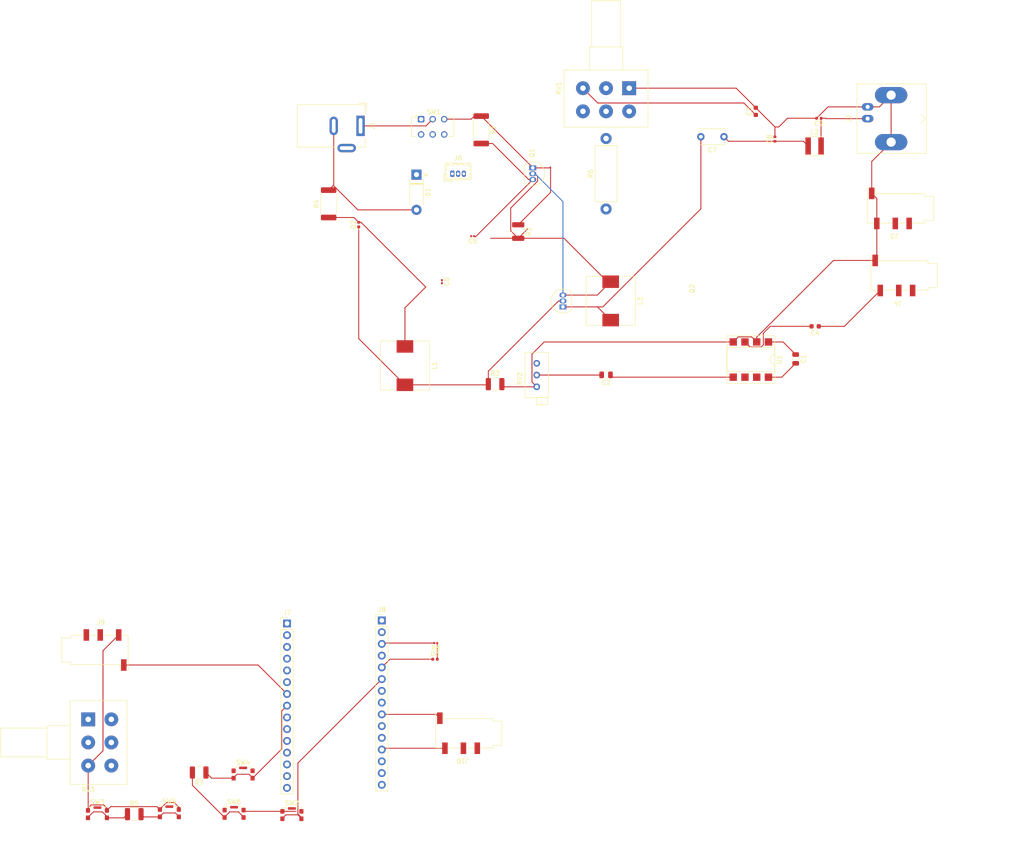
<source format=kicad_pcb>
(kicad_pcb (version 20240108) (generator "pcbnew") (generator_version "8.0")
  (layers (0 "F.Cu" signal) (31 "B.Cu" signal) (34 "B.Paste" user) (35 "F.Paste" user) (36 "B.SilkS" user "B.Silkscreen") (37 "F.SilkS" user "F.Silkscreen") (38 "B.Mask" user) (39 "F.Mask" user) (44 "Edge.Cuts" user))
  (net 0 "")
  (net 1 "Net-(C1-Pad2)")
  (net 2 "Net-(C1-Pad1)")
  (net 3 "Net-(C2-Pad2)")
  (net 4 "Net-(C2-Pad1)")
  (net 5 "Net-(D1-A)")
  (net 6 "Net-(D2-K)")
  (net 7 "Net-(U1-+)")
  (net 8 "Net-(Q1-B)")
  (net 9 "Net-(D2-A)")
  (net 10 "Net-(Q2-C)")
  (net 11 "Net-(C7-Pad1)")
  (net 12 "Net-(J2-In)")
  (net 13 "Net-(D1-K)")
  (net 14 "Net-(D3-A)")
  (net 15 "Net-(D3-K)")
  (net 16 "Net-(SW1A-B)")
  (net 17 "Net-(J7-Pin_8)")
  (net 23 "Net-(J7-Pin_6)")
  (net 29 "Net-(J7-Pin_7)")
  (net 33 "Net-(J8-Pin_9)")
  (net 36 "Net-(J8-Pin_6)")
  (net 38 "Net-(J8-Pin_3)")
  (net 39 "Net-(J8-Pin_12)")
  (net 46 "Net-(J9-PadG)")
  (net 47 "Net-(Q1-C)")
  (net 48 "Net-(R5-Pad2)")
  (net 49 "Net-(R5-Pad1)")
  (net 50 "Net-(R6-Pad2)")
  (net 51 "Net-(R7-Pad2)")
  (footprint "Button_Switch_SMD:SW_SPST_CK_KMS2xxGP" (layer "F.Cu") (at 110.55 191.925)
    (property "Reference" "SW6" (at 0 -2.6 0) (layer "F.SilkS"))
    (property "Value" "CK_KMS2xxGP")
    (pad "" np_thru_hole circle (at -0.975 0.75) (size 0.9 0.9) (drill 0.9) (layers "F&B.Cu" "*.Mask"))
    (pad "" np_thru_hole circle (at 0.975 0.75) (size 0.9 0.9) (drill 0.9) (layers "F&B.Cu" "*.Mask"))
    (pad "1" smd roundrect (at -2.05 -0.8) (size 0.9 1) (layers "F.Cu" "F.Paste" "F.Mask") (roundrect_rratio 0.15) (net 46 "Net-(J9-PadG)"))
    (pad "1" smd roundrect (at 2.05 -0.8) (size 0.9 1) (layers "F.Cu" "F.Paste" "F.Mask") (roundrect_rratio 0.15) (net 46 "Net-(J9-PadG)"))
    (pad "2" smd roundrect (at -2.05 0.8) (size 0.9 1) (layers "F.Cu" "F.Paste" "F.Mask") (roundrect_rratio 0.15) (net 51 "Net-(R7-Pad2)"))
    (pad "2" smd roundrect (at 2.05 0.8) (size 0.9 1) (layers "F.Cu" "F.Paste" "F.Mask") (roundrect_rratio 0.15) (net 51 "Net-(R7-Pad2)"))
    (pad "SH" smd roundrect (at 0 -1.425) (size 1.7 0.55) (layers "F.Cu" "F.Paste" "F.Mask") (roundrect_rratio 0.15))
  )
  (footprint "Resistor_SMD:R_1210_3225Metric" (layer "F.Cu") (at 172 66 -90)
    (property "Reference" "R2" (at 0 -2.28 90) (layer "F.SilkS"))
    (property "Value" "R33k")
    (pad "1" smd roundrect (at -1.4625 0 270) (size 1.125 2.65) (layers "F.Cu" "F.Paste" "F.Mask") (roundrect_rratio 0.222222) (net 47 "Net-(Q1-C)"))
    (pad "2" smd roundrect (at 1.4625 0 270) (size 1.125 2.65) (layers "F.Cu" "F.Paste" "F.Mask") (roundrect_rratio 0.222222) (net 9 "Net-(D2-A)"))
  )
  (footprint "Capacitor_SMD:C_0805_2012Metric" (layer "F.Cu") (at 232 93.55 -90)
    (property "Reference" "C1" (at 0 -1.68 90) (layer "F.SilkS"))
    (property "Value" "C 10uF")
    (pad "1" smd roundrect (at -0.95 0 270) (size 1 1.45) (layers "F.Cu" "F.Paste" "F.Mask") (net 2 "Net-(C1-Pad1)"))
    (pad "2" smd roundrect (at 0.95 0 270) (size 1 1.45) (layers "F.Cu" "F.Paste" "F.Mask") (net 1 "Net-(C1-Pad2)"))
  )
  (footprint "Resistor_SMD:R_2512_6332Metric" (layer "F.Cu") (at 131 60 90)
    (property "Reference" "R4" (at 0 -2.62 90) (layer "F.SilkS"))
    (property "Value" "R")
    (pad "1" smd roundrect (at -2.9625 0 90) (size 1.225 3.35) (layers "F.Cu" "F.Paste" "F.Mask") (roundrect_rratio 0.204082) (net 9 "Net-(D2-A)"))
    (pad "2" smd roundrect (at 2.9625 0 90) (size 1.225 3.35) (layers "F.Cu" "F.Paste" "F.Mask") (roundrect_rratio 0.204082) (net 5 "Net-(D1-A)"))
  )
  (footprint "Resistor_SMD:R_2512_6332Metric" (layer "F.Cu") (at 164 44 -90)
    (property "Reference" "R1" (at 0 -2.62 90) (layer "F.SilkS"))
    (property "Value" "R47k")
    (pad "1" smd roundrect (at -2.9625 0 270) (size 1.225 3.35) (layers "F.Cu" "F.Paste" "F.Mask") (roundrect_rratio 0.204082) (net 47 "Net-(Q1-C)"))
    (pad "2" smd roundrect (at 2.9625 0 270) (size 1.225 3.35) (layers "F.Cu" "F.Paste" "F.Mask") (roundrect_rratio 0.204082) (net 8 "Net-(Q1-B)"))
  )
  (footprint "LED_SMD:LED_0402_1005Metric" (layer "F.Cu") (at 154.015 158.5)
    (property "Reference" "D3" (at 0 -1.17 0) (layer "F.SilkS"))
    (property "Value" "LED")
    (pad "1" smd roundrect (at -0.485 0) (size 0.59 0.64) (layers "F.Cu" "F.Paste" "F.Mask") (net 15 "Net-(D3-K)"))
    (pad "2" smd roundrect (at 0.485 0) (size 0.59 0.64) (layers "F.Cu" "F.Paste" "F.Mask") (net 14 "Net-(D3-A)"))
  )
  (footprint "Potentiometer_THT:Potentiometer_Bourns_3296X_Horizontal" (layer "F.Cu") (at 176 94.5 90)
    (property "Reference" "RV2" (at -3.3 -3.66 90) (layer "F.SilkS"))
    (property "Value" "R_100ohm")
    (pad "1" thru_hole circle (at 0 0 90) (size 1.44 1.44) (drill 0.8) (layers "*.Cu" "*.Mask"))
    (pad "2" thru_hole circle (at -2.54 0 90) (size 1.44 1.44) (drill 0.8) (layers "*.Cu" "*.Mask") (net 3 "Net-(C2-Pad2)"))
    (pad "3" thru_hole circle (at -5.08 0 90) (size 1.44 1.44) (drill 0.8) (layers "*.Cu" "*.Mask") (net 5 "Net-(D1-A)"))
  )
  (footprint "Capacitor_SMD:C_0402_1005Metric" (layer "F.Cu") (at 227.52 46 90)
    (property "Reference" "C8" (at 0 -1.16 90) (layer "F.SilkS"))
    (property "Value" "C_Small")
    (pad "1" smd roundrect (at -0.48 0 90) (size 0.56 0.62) (layers "F.Cu" "F.Paste" "F.Mask") (net 11 "Net-(C7-Pad1)"))
    (pad "2" smd roundrect (at 0.48 0 90) (size 0.56 0.62) (layers "F.Cu" "F.Paste" "F.Mask") (net 5 "Net-(D1-A)"))
  )
  (footprint "Potentiometer_THT:Potentiometer_Alps_RK163_Dual_Horizontal" (layer "F.Cu") (at 79 171.5)
    (property "Reference" "RV3" (at -0.000001 15.199999 180) (layer "F.SilkS"))
    (property "Value" "R_Potentiometer_10k")
    (pad "1" thru_hole rect (at 0 0 180) (size 3 3) (drill 1.2) (layers "*.Cu" "*.Mask"))
    (pad "2" thru_hole circle (at 0 5 180) (size 3 3) (drill 1.2) (layers "*.Cu" "*.Mask"))
    (pad "3" thru_hole circle (at 0 10 180) (size 3 3) (drill 1.2) (layers "*.Cu" "*.Mask") (net 46 "Net-(J9-PadG)"))
    (pad "4" thru_hole circle (at 5 0 180) (size 3 3) (drill 1.2) (layers "*.Cu" "*.Mask"))
    (pad "5" thru_hole circle (at 5 5 180) (size 3 3) (drill 1.2) (layers "*.Cu" "*.Mask"))
    (pad "6" thru_hole circle (at 5 10 180) (size 3 3) (drill 1.2) (layers "*.Cu" "*.Mask"))
  )
  (footprint "Button_Switch_SMD:SW_SPST_CK_KMS2xxGP" (layer "F.Cu") (at 112.5 183.425)
    (property "Reference" "SW4" (at 0 -2.6 0) (layer "F.SilkS"))
    (property "Value" "CK_KMS2xxGP")
    (pad "" np_thru_hole circle (at -0.975 0.75) (size 0.9 0.9) (drill 0.9) (layers "F&B.Cu" "*.Mask"))
    (pad "" np_thru_hole circle (at 0.975 0.75) (size 0.9 0.9) (drill 0.9) (layers "F&B.Cu" "*.Mask"))
    (pad "1" smd roundrect (at -2.05 -0.8) (size 0.9 1) (layers "F.Cu" "F.Paste" "F.Mask") (roundrect_rratio 0.15) (net 46 "Net-(J9-PadG)"))
    (pad "1" smd roundrect (at 2.05 -0.8) (size 0.9 1) (layers "F.Cu" "F.Paste" "F.Mask") (roundrect_rratio 0.15) (net 46 "Net-(J9-PadG)"))
    (pad "2" smd roundrect (at -2.05 0.8) (size 0.9 1) (layers "F.Cu" "F.Paste" "F.Mask") (roundrect_rratio 0.15) (net 17 "Net-(J7-Pin_8)"))
    (pad "2" smd roundrect (at 2.05 0.8) (size 0.9 1) (layers "F.Cu" "F.Paste" "F.Mask") (roundrect_rratio 0.15) (net 17 "Net-(J7-Pin_8)"))
    (pad "SH" smd roundrect (at 0 -1.425) (size 1.7 0.55) (layers "F.Cu" "F.Paste" "F.Mask") (roundrect_rratio 0.15))
  )
  (footprint "Inductor_SMD:L_10.4x10.4_H4.8" (layer "F.Cu") (at 147.5 95 -90)
    (property "Reference" "L1" (at 0 -6.35 90) (layer "F.SilkS"))
    (property "Value" "L_100uH")
    (pad "1" smd rect (at -4.15 0 270) (size 2.7 3.6) (layers "F.Cu" "F.Paste" "F.Mask") (net 9 "Net-(D2-A)"))
    (pad "2" smd rect (at 4.15 0 270) (size 2.7 3.6) (layers "F.Cu" "F.Paste" "F.Mask") (net 6 "Net-(D2-K)"))
  )
  (footprint "Resistor_SMD:R_0201_0603Metric" (layer "F.Cu") (at 154.155 155 180)
    (property "Reference" "R8" (at 0 -1.05 0) (layer "F.SilkS"))
    (property "Value" "R_Small")
    (pad "1" smd roundrect (at -0.32 0 180) (size 0.46 0.4) (layers "F.Cu" "F.Mask") (net 14 "Net-(D3-A)"))
    (pad "2" smd roundrect (at 0.32 0 180) (size 0.46 0.4) (layers "F.Cu" "F.Mask") (net 38 "Net-(J8-Pin_3)"))
  )
  (footprint "Capacitor_SMD:C_0805_2012Metric" (layer "F.Cu") (at 191 97 180)
    (property "Reference" "C2" (at 0 -1.68 0) (layer "F.SilkS"))
    (property "Value" "C 10uF")
    (pad "1" smd roundrect (at -0.95 0 180) (size 1 1.45) (layers "F.Cu" "F.Paste" "F.Mask") (net 4 "Net-(C2-Pad1)"))
    (pad "2" smd roundrect (at 0.95 0 180) (size 1 1.45) (layers "F.Cu" "F.Paste" "F.Mask") (net 3 "Net-(C2-Pad2)"))
  )
  (footprint "Connector_Audio:Jack_3.5mm_KoreanHropartsElec_PJ-320D-4A_Horizontal" (layer "F.Cu") (at 254.15 75.5 180)
    (property "Reference" "J4" (at 0 -6 180) (layer "F.SilkS"))
    (property "Value" "AudioJack3_Ground")
    (pad "" np_thru_hole circle (at -4.75 0 180) (size 1.6 1.6) (drill 1.6) (layers "F&B.Cu" "*.Mask"))
    (pad "" np_thru_hole circle (at 2.25 0 180) (size 1.6 1.6) (drill 1.6) (layers "F&B.Cu" "*.Mask"))
    (pad "R1" smd rect (at -0.15 -3.25 180) (size 1.2 2.5) (layers "F.Cu" "F.Paste" "F.Mask"))
    (pad "R2" smd rect (at -3.15 -3.25 180) (size 1.2 2.5) (layers "F.Cu" "F.Paste" "F.Mask"))
    (pad "S" smd rect (at 4.95 3.25 180) (size 1.2 2.5) (layers "F.Cu" "F.Paste" "F.Mask") (net 5 "Net-(D1-A)"))
    (pad "T" smd rect (at 3.85 -3.25 180) (size 1.2 2.5) (layers "F.Cu" "F.Paste" "F.Mask") (net 6 "Net-(D2-K)"))
  )
  (footprint "Button_Switch_SMD:SW_SPST_CK_KMS2xxGP" (layer "F.Cu") (at 123.05 192.2)
    (property "Reference" "SW2" (at 0 -2.6 0) (layer "F.SilkS"))
    (property "Value" "CK_KMS2xxGP")
    (pad "" np_thru_hole circle (at -0.975 0.75) (size 0.9 0.9) (drill 0.9) (layers "F&B.Cu" "*.Mask"))
    (pad "" np_thru_hole circle (at 0.975 0.75) (size 0.9 0.9) (drill 0.9) (layers "F&B.Cu" "*.Mask"))
    (pad "1" smd roundrect (at -2.05 -0.8) (size 0.9 1) (layers "F.Cu" "F.Paste" "F.Mask") (roundrect_rratio 0.15) (net 46 "Net-(J9-PadG)"))
    (pad "1" smd roundrect (at 2.05 -0.8) (size 0.9 1) (layers "F.Cu" "F.Paste" "F.Mask") (roundrect_rratio 0.15) (net 46 "Net-(J9-PadG)"))
    (pad "2" smd roundrect (at -2.05 0.8) (size 0.9 1) (layers "F.Cu" "F.Paste" "F.Mask") (roundrect_rratio 0.15) (net 36 "Net-(J8-Pin_6)"))
    (pad "2" smd roundrect (at 2.05 0.8) (size 0.9 1) (layers "F.Cu" "F.Paste" "F.Mask") (roundrect_rratio 0.15) (net 36 "Net-(J8-Pin_6)"))
    (pad "SH" smd roundrect (at 0 -1.425) (size 1.7 0.55) (layers "F.Cu" "F.Paste" "F.Mask") (roundrect_rratio 0.15))
  )
  (footprint "Connector_Audio:Jack_3.5mm_KoreanHropartsElec_PJ-320D-4A_Horizontal" (layer "F.Cu") (at 160 174.5 180)
    (property "Reference" "J10" (at 0 -6 180) (layer "F.SilkS"))
    (property "Value" "AudioJack3_Radio")
    (pad "" np_thru_hole circle (at -4.75 0 180) (size 1.6 1.6) (drill 1.6) (layers "F&B.Cu" "*.Mask"))
    (pad "" np_thru_hole circle (at 2.25 0 180) (size 1.6 1.6) (drill 1.6) (layers "F&B.Cu" "*.Mask"))
    (pad "R1" smd rect (at -0.15 -3.25 180) (size 1.2 2.5) (layers "F.Cu" "F.Paste" "F.Mask"))
    (pad "R2" smd rect (at -3.15 -3.25 180) (size 1.2 2.5) (layers "F.Cu" "F.Paste" "F.Mask"))
    (pad "S" smd rect (at 4.95 3.25 180) (size 1.2 2.5) (layers "F.Cu" "F.Paste" "F.Mask") (net 33 "Net-(J8-Pin_9)"))
    (pad "T" smd rect (at 3.85 -3.25 180) (size 1.2 2.5) (layers "F.Cu" "F.Paste" "F.Mask") (net 39 "Net-(J8-Pin_12)"))
  )
  (footprint "Inductor_SMD:L_10.4x10.4_H4.8" (layer "F.Cu") (at 192 81 -90)
    (property "Reference" "L3" (at 0 -6.35 90) (layer "F.SilkS"))
    (property "Value" "L")
    (pad "1" smd rect (at -4.15 0 270) (size 2.7 3.6) (layers "F.Cu" "F.Paste" "F.Mask") (net 9 "Net-(D2-A)"))
    (pad "2" smd rect (at 4.15 0 270) (size 2.7 3.6) (layers "F.Cu" "F.Paste" "F.Mask") (net 10 "Net-(Q2-C)"))
  )
  (footprint "Resistor_SMD:R_1210_3225Metric" (layer "F.Cu") (at 103 183 180)
    (property "Reference" "R7" (at 0 -2.28 0) (layer "F.SilkS"))
    (property "Value" "R10K")
    (pad "1" smd roundrect (at -1.4625 0 180) (size 1.125 2.65) (layers "F.Cu" "F.Paste" "F.Mask") (roundrect_rratio 0.222222) (net 17 "Net-(J7-Pin_8)"))
    (pad "2" smd roundrect (at 1.4625 0 180) (size 1.125 2.65) (layers "F.Cu" "F.Paste" "F.Mask") (roundrect_rratio 0.222222) (net 51 "Net-(R7-Pad2)"))
  )
  (footprint "Capacitor_SMD:C_0603_1608Metric" (layer "F.Cu") (at 236.225 86.5 180)
    (property "Reference" "C4" (at 0 -1.43 360) (layer "F.SilkS"))
    (property "Value" "C0.1uF")
    (pad "1" smd roundrect (at -0.775 0 180) (size 0.9 0.95) (layers "F.Cu" "F.Paste" "F.Mask") (net 6 "Net-(D2-K)"))
    (pad "2" smd roundrect (at 0.775 0 180) (size 0.9 0.95) (layers "F.Cu" "F.Paste" "F.Mask") (net 7 "Net-(U1-+)"))
  )
  (footprint "Package_TO_SOT_THT:TO-92_Inline" (layer "F.Cu") (at 175.14 52.23 -90)
    (property "Reference" "Q1" (at -3.23 0.14 90) (layer "F.SilkS"))
    (property "Value" "9013")
    (pad "1" thru_hole rect (at 0 0 270) (size 1.05 1.5) (drill 0.75) (layers "*.Cu" "*.Mask") (net 47 "Net-(Q1-C)"))
    (pad "2" thru_hole oval (at 1.27 0 270) (size 1.05 1.5) (drill 0.75) (layers "*.Cu" "*.Mask") (net 9 "Net-(D2-A)"))
    (pad "3" thru_hole oval (at 2.54 0 270) (size 1.05 1.5) (drill 0.75) (layers "*.Cu" "*.Mask") (net 8 "Net-(Q1-B)"))
  )
  (footprint "Inductor_SMD:L_Taiyo-Yuden_MD-4040" (layer "F.Cu") (at 236.1 47.5)
    (property "Reference" "L2" (at 0 -3 0) (layer "F.SilkS"))
    (property "Value" "1uH")
    (pad "1" smd rect (at -1.4 0) (size 1.2 3.7) (layers "F.Cu" "F.Paste" "F.Mask") (net 11 "Net-(C7-Pad1)"))
    (pad "2" smd rect (at 1.4 0) (size 1.2 3.7) (layers "F.Cu" "F.Paste" "F.Mask") (net 12 "Net-(J2-In)"))
  )
  (footprint "Connector_Audio:Jack_3.5mm_KoreanHropartsElec_PJ-320D-4A_Horizontal" (layer "F.Cu") (at 253.4 61 180)
    (property "Reference" "J3" (at 0 -6 180) (layer "F.SilkS"))
    (property "Value" "AudioJack3_Ground")
    (pad "" np_thru_hole circle (at -4.75 0 180) (size 1.6 1.6) (drill 1.6) (layers "F&B.Cu" "*.Mask"))
    (pad "" np_thru_hole circle (at 2.25 0 180) (size 1.6 1.6) (drill 1.6) (layers "F&B.Cu" "*.Mask"))
    (pad "R1" smd rect (at -0.15 -3.25 180) (size 1.2 2.5) (layers "F.Cu" "F.Paste" "F.Mask"))
    (pad "R2" smd rect (at -3.15 -3.25 180) (size 1.2 2.5) (layers "F.Cu" "F.Paste" "F.Mask"))
    (pad "S" smd rect (at 4.95 3.25 180) (size 1.2 2.5) (layers "F.Cu" "F.Paste" "F.Mask") (net 5 "Net-(D1-A)"))
    (pad "T" smd rect (at 3.85 -3.25 180) (size 1.2 2.5) (layers "F.Cu" "F.Paste" "F.Mask") (net 5 "Net-(D1-A)"))
  )
  (footprint "Button_Switch_SMD:SW_SPST_CK_KMS2xxGP" (layer "F.Cu") (at 96.55 191.8)
    (property "Reference" "SW5" (at 0 -2.6 0) (layer "F.SilkS"))
    (property "Value" "CK_KMS2xxGP")
    (pad "" np_thru_hole circle (at -0.975 0.75) (size 0.9 0.9) (drill 0.9) (layers "F&B.Cu" "*.Mask"))
    (pad "" np_thru_hole circle (at 0.975 0.75) (size 0.9 0.9) (drill 0.9) (layers "F&B.Cu" "*.Mask"))
    (pad "1" smd roundrect (at -2.05 -0.8) (size 0.9 1) (layers "F.Cu" "F.Paste" "F.Mask") (roundrect_rratio 0.15) (net 46 "Net-(J9-PadG)"))
    (pad "1" smd roundrect (at 2.05 -0.8) (size 0.9 1) (layers "F.Cu" "F.Paste" "F.Mask") (roundrect_rratio 0.15) (net 46 "Net-(J9-PadG)"))
    (pad "2" smd roundrect (at -2.05 0.8) (size 0.9 1) (layers "F.Cu" "F.Paste" "F.Mask") (roundrect_rratio 0.15) (net 48 "Net-(R5-Pad2)"))
    (pad "2" smd roundrect (at 2.05 0.8) (size 0.9 1) (layers "F.Cu" "F.Paste" "F.Mask") (roundrect_rratio 0.15) (net 48 "Net-(R5-Pad2)"))
    (pad "SH" smd roundrect (at 0 -1.425) (size 1.7 0.55) (layers "F.Cu" "F.Paste" "F.Mask") (roundrect_rratio 0.15))
  )
  (footprint "Button_Switch_SMD:SW_SPST_CK_KMS2xxGP" (layer "F.Cu") (at 81 192)
    (property "Reference" "SW3" (at 0 -2.6 0) (layer "F.SilkS"))
    (property "Value" "CK_KMS2xxGP")
    (pad "" np_thru_hole circle (at -0.975 0.75) (size 0.9 0.9) (drill 0.9) (layers "F&B.Cu" "*.Mask"))
    (pad "" np_thru_hole circle (at 0.975 0.75) (size 0.9 0.9) (drill 0.9) (layers "F&B.Cu" "*.Mask"))
    (pad "1" smd roundrect (at -2.05 -0.8) (size 0.9 1) (layers "F.Cu" "F.Paste" "F.Mask") (roundrect_rratio 0.15) (net 46 "Net-(J9-PadG)"))
    (pad "1" smd roundrect (at 2.05 -0.8) (size 0.9 1) (layers "F.Cu" "F.Paste" "F.Mask") (roundrect_rratio 0.15) (net 46 "Net-(J9-PadG)"))
    (pad "2" smd roundrect (at -2.05 0.8) (size 0.9 1) (layers "F.Cu" "F.Paste" "F.Mask") (roundrect_rratio 0.15) (net 49 "Net-(R5-Pad1)"))
    (pad "2" smd roundrect (at 2.05 0.8) (size 0.9 1) (layers "F.Cu" "F.Paste" "F.Mask") (roundrect_rratio 0.15) (net 49 "Net-(R5-Pad1)"))
    (pad "SH" smd roundrect (at 0 -1.425) (size 1.7 0.55) (layers "F.Cu" "F.Paste" "F.Mask") (roundrect_rratio 0.15))
  )
  (footprint "Button_Switch_THT:SW_CK_JS202011CQN_DPDT_Straight" (layer "F.Cu") (at 151 41.7)
    (property "Reference" "SW1" (at 2.75 -1.6 0) (layer "F.SilkS"))
    (property "Value" "SW_DPDT_x2")
    (pad "1" thru_hole roundrect (at 0 0) (size 1.4 1.4) (drill 0.9) (layers "*.Cu" "*.Mask") (roundrect_rratio 0.1785714286))
    (pad "2" thru_hole circle (at 2.5 0) (size 1.4 1.4) (drill 0.9) (layers "*.Cu" "*.Mask") (net 16 "Net-(SW1A-B)"))
    (pad "3" thru_hole circle (at 5 0) (size 1.4 1.4) (drill 0.9) (layers "*.Cu" "*.Mask") (net 47 "Net-(Q1-C)"))
    (pad "4" thru_hole circle (at 5 3.3) (size 1.4 1.4) (drill 0.9) (layers "*.Cu" "*.Mask"))
    (pad "5" thru_hole circle (at 2.5 3.3) (size 1.4 1.4) (drill 0.9) (layers "*.Cu" "*.Mask"))
    (pad "6" thru_hole circle (at 0 3.3) (size 1.4 1.4) (drill 0.9) (layers "*.Cu" "*.Mask"))
  )
  (footprint "Capacitor_SMD:C_0201_0603Metric" (layer "F.Cu") (at 155.5 76.845 -90)
    (property "Reference" "C5" (at 0 -1.05 90) (layer "F.SilkS"))
    (property "Value" "C100p")
    (pad "1" smd roundrect (at -0.32 0 270) (size 0.46 0.4) (layers "F.Cu" "F.Mask") (net 8 "Net-(Q1-B)"))
    (pad "2" smd roundrect (at 0.32 0 270) (size 0.46 0.4) (layers "F.Cu" "F.Mask") (net 9 "Net-(D2-A)"))
  )
  (footprint "Connector_PinHeader_2.54mm:PinHeader_1x15_P2.54mm_Vertical" (layer "F.Cu") (at 142.5 150.1)
    (property "Reference" "J8" (at 0 -2.33 0) (layer "F.SilkS"))
    (property "Value" "Conn_01x15_PinRight")
    (pad "1" thru_hole rect (at 0 0) (size 1.7 1.7) (drill 1) (layers "*.Cu" "*.Mask"))
    (pad "2" thru_hole oval (at 0 2.54) (size 1.7 1.7) (drill 1) (layers "*.Cu" "*.Mask"))
    (pad "3" thru_hole oval (at 0 5.08) (size 1.7 1.7) (drill 1) (layers "*.Cu" "*.Mask") (net 38 "Net-(J8-Pin_3)"))
    (pad "4" thru_hole oval (at 0 7.62) (size 1.7 1.7) (drill 1) (layers "*.Cu" "*.Mask"))
    (pad "5" thru_hole oval (at 0 10.16) (size 1.7 1.7) (drill 1) (layers "*.Cu" "*.Mask") (net 15 "Net-(D3-K)"))
    (pad "6" thru_hole oval (at 0 12.7) (size 1.7 1.7) (drill 1) (layers "*.Cu" "*.Mask") (net 36 "Net-(J8-Pin_6)"))
    (pad "7" thru_hole oval (at 0 15.24) (size 1.7 1.7) (drill 1) (layers "*.Cu" "*.Mask"))
    (pad "8" thru_hole oval (at 0 17.78) (size 1.7 1.7) (drill 1) (layers "*.Cu" "*.Mask"))
    (pad "9" thru_hole oval (at 0 20.32) (size 1.7 1.7) (drill 1) (layers "*.Cu" "*.Mask") (net 33 "Net-(J8-Pin_9)"))
    (pad "10" thru_hole oval (at 0 22.86) (size 1.7 1.7) (drill 1) (layers "*.Cu" "*.Mask"))
    (pad "11" thru_hole oval (at 0 25.4) (size 1.7 1.7) (drill 1) (layers "*.Cu" "*.Mask"))
    (pad "12" thru_hole oval (at 0 27.94) (size 1.7 1.7) (drill 1) (layers "*.Cu" "*.Mask") (net 39 "Net-(J8-Pin_12)"))
    (pad "13" thru_hole oval (at 0 30.48) (size 1.7 1.7) (drill 1) (layers "*.Cu" "*.Mask"))
    (pad "14" thru_hole oval (at 0 33.02) (size 1.7 1.7) (drill 1) (layers "*.Cu" "*.Mask"))
    (pad "15" thru_hole oval (at 0 35.56) (size 1.7 1.7) (drill 1) (layers "*.Cu" "*.Mask"))
  )
  (footprint "Resistor_SMD:R_1210_3225Metric" (layer "F.Cu") (at 88.9625 192)
    (property "Reference" "R5" (at 0 -2.28 0) (layer "F.SilkS"))
    (property "Value" "R10K")
    (pad "1" smd roundrect (at -1.4625 0) (size 1.125 2.65) (layers "F.Cu" "F.Paste" "F.Mask") (roundrect_rratio 0.222222) (net 49 "Net-(R5-Pad1)"))
    (pad "2" smd roundrect (at 1.4625 0) (size 1.125 2.65) (layers "F.Cu" "F.Paste" "F.Mask") (roundrect_rratio 0.222222) (net 48 "Net-(R5-Pad2)"))
  )
  (footprint "Capacitor_SMD:C_0603_1608Metric" (layer "F.Cu") (at 223.375 40 90)
    (property "Reference" "C3" (at 0 -1.43 90) (layer "F.SilkS"))
    (property "Value" "C0.1uF")
    (pad "1" smd roundrect (at -0.775 0 90) (size 0.9 0.95) (layers "F.Cu" "F.Paste" "F.Mask") (net 6 "Net-(D2-K)"))
    (pad "2" smd roundrect (at 0.775 0 90) (size 0.9 0.95) (layers "F.Cu" "F.Paste" "F.Mask") (net 5 "Net-(D1-A)"))
  )
  (footprint "Connector_Audio:Jack_3.5mm_KoreanHropartsElec_PJ-320D-4A_Horizontal" (layer "F.Cu") (at 81.75 156.5)
    (property "Reference" "J9" (at 0 -6 0) (layer "F.SilkS"))
    (property "Value" "AudioJack3_Key")
    (pad "" np_thru_hole circle (at -4.75 0) (size 1.6 1.6) (drill 1.6) (layers "F&B.Cu" "*.Mask"))
    (pad "" np_thru_hole circle (at 2.25 0) (size 1.6 1.6) (drill 1.6) (layers "F&B.Cu" "*.Mask"))
    (pad "R1" smd rect (at -0.15 -3.25) (size 1.2 2.5) (layers "F.Cu" "F.Paste" "F.Mask"))
    (pad "R2" smd rect (at -3.15 -3.25) (size 1.2 2.5) (layers "F.Cu" "F.Paste" "F.Mask"))
    (pad "S" smd rect (at 4.95 3.25) (size 1.2 2.5) (layers "F.Cu" "F.Paste" "F.Mask") (net 29 "Net-(J7-Pin_7)"))
    (pad "T" smd rect (at 3.85 -3.25) (size 1.2 2.5) (layers "F.Cu" "F.Paste" "F.Mask") (net 46 "Net-(J9-PadG)"))
  )
  (footprint "Connector_Hirose:Hirose_DF13-03P-1.25DSA_1x03_P1.25mm_Vertical" (layer "F.Cu") (at 157.75 53.5)
    (property "Reference" "J6" (at 1.25 -3.4 0) (layer "F.SilkS"))
    (property "Value" "Conn_01x03_Pin")
    (pad "1" thru_hole roundrect (at 0 0) (size 0.9 1.4) (drill 0.6) (layers "*.Cu" "*.Mask") (net 13 "Net-(D1-K)"))
    (pad "2" thru_hole oval (at 1.25 0) (size 0.9 1.4) (drill 0.6) (layers "*.Cu" "*.Mask") (net 13 "Net-(D1-K)"))
    (pad "3" thru_hole oval (at 2.5 0) (size 0.9 1.4) (drill 0.6) (layers "*.Cu" "*.Mask") (net 13 "Net-(D1-K)"))
  )
  (footprint "Capacitor_THT:C_Disc_D5.1mm_W3.2mm_P5.00mm" (layer "F.Cu") (at 216.5 45.5 180)
    (property "Reference" "C7" (at 2.5 -2.85 0) (layer "F.SilkS"))
    (property "Value" "C0.01uF")
    (pad "1" thru_hole circle (at 0 0 180) (size 1.6 1.6) (drill 0.8) (layers "*.Cu" "*.Mask") (net 11 "Net-(C7-Pad1)"))
    (pad "2" thru_hole circle (at 5 0 180) (size 1.6 1.6) (drill 0.8) (layers "*.Cu" "*.Mask") (net 10 "Net-(Q2-C)"))
  )
  (footprint "Diode_THT:D_DO-41_SOD81_P7.62mm_Horizontal" (layer "F.Cu") (at 150 53.69 -90)
    (property "Reference" "D1" (at 3.81 -2.47 90) (layer "F.SilkS"))
    (property "Value" "D_C145491")
    (fp_text user "K" (at 0 -2.1 90) (layer "F.SilkS"))
    (pad "1" thru_hole rect (at 0 0 270) (size 2.2 2.2) (drill 1.1) (layers "*.Cu" "*.Mask") (net 13 "Net-(D1-K)"))
    (pad "2" thru_hole oval (at 7.62 0 270) (size 2.2 2.2) (drill 1.1) (layers "*.Cu" "*.Mask") (net 5 "Net-(D1-A)"))
  )
  (footprint "Connector_Coaxial:BNC_Amphenol_B6252HB-NPP3G-50_Horizontal" (layer "F.Cu") (at 247.57 41.58 -90)
    (property "Reference" "J2" (at 0 4 90) (layer "F.SilkS"))
    (property "Value" "Conn_Coaxial")
    (pad "1" thru_hole oval (at 0 0 270) (size 1.6 2.5) (drill 0.89) (layers "*.Cu" "*.Mask") (net 12 "Net-(J2-In)"))
    (pad "2" thru_hole oval (at -5.08 -5.08 270) (size 3.5 7) (drill 2.01) (layers "*.Cu" "*.Mask") (net 5 "Net-(D1-A)"))
    (pad "2" thru_hole oval (at -2.54 0 270) (size 1.6 2.5) (drill 0.89) (layers "*.Cu" "*.Mask") (net 5 "Net-(D1-A)"))
    (pad "2" thru_hole oval (at 5.08 -5.08 270) (size 3.5 7) (drill 2.01) (layers "*.Cu" "*.Mask") (net 5 "Net-(D1-A)"))
  )
  (footprint "Connector_PinHeader_2.54mm:PinHeader_1x15_P2.54mm_Vertical" (layer "F.Cu") (at 122 150.76)
    (property "Reference" "J7" (at 0 -2.33 0) (layer "F.SilkS"))
    (property "Value" "Conn_01x15_PinLeft")
    (pad "1" thru_hole rect (at 0 0) (size 1.7 1.7) (drill 1) (layers "*.Cu" "*.Mask"))
    (pad "2" thru_hole oval (at 0 2.54) (size 1.7 1.7) (drill 1) (layers "*.Cu" "*.Mask"))
    (pad "3" thru_hole oval (at 0 5.08) (size 1.7 1.7) (drill 1) (layers "*.Cu" "*.Mask"))
    (pad "4" thru_hole oval (at 0 7.62) (size 1.7 1.7) (drill 1) (layers "*.Cu" "*.Mask"))
    (pad "5" thru_hole oval (at 0 10.16) (size 1.7 1.7) (drill 1) (layers "*.Cu" "*.Mask"))
    (pad "6" thru_hole oval (at 0 12.7) (size 1.7 1.7) (drill 1) (layers "*.Cu" "*.Mask") (net 23 "Net-(J7-Pin_6)"))
    (pad "7" thru_hole oval (at 0 15.24) (size 1.7 1.7) (drill 1) (layers "*.Cu" "*.Mask") (net 29 "Net-(J7-Pin_7)"))
    (pad "8" thru_hole oval (at 0 17.78) (size 1.7 1.7) (drill 1) (layers "*.Cu" "*.Mask") (net 17 "Net-(J7-Pin_8)"))
    (pad "9" thru_hole oval (at 0 20.32) (size 1.7 1.7) (drill 1) (layers "*.Cu" "*.Mask"))
    (pad "10" thru_hole oval (at 0 22.86) (size 1.7 1.7) (drill 1) (layers "*.Cu" "*.Mask"))
    (pad "11" thru_hole oval (at 0 25.4) (size 1.7 1.7) (drill 1) (layers "*.Cu" "*.Mask"))
    (pad "12" thru_hole oval (at 0 27.94) (size 1.7 1.7) (drill 1) (layers "*.Cu" "*.Mask"))
    (pad "13" thru_hole oval (at 0 30.48) (size 1.7 1.7) (drill 1) (layers "*.Cu" "*.Mask"))
    (pad "14" thru_hole oval (at 0 33.02) (size 1.7 1.7) (drill 1) (layers "*.Cu" "*.Mask"))
    (pad "15" thru_hole oval (at 0 35.56) (size 1.7 1.7) (drill 1) (layers "*.Cu" "*.Mask"))
  )
  (footprint "Resistor_THT:R_Axial_DIN0414_L11.9mm_D4.5mm_P15.24mm_Horizontal" (layer "F.Cu") (at 191 61.12 90)
    (property "Reference" "R6" (at 7.62 -3.37 90) (layer "F.SilkS"))
    (property "Value" "R100k")
    (pad "1" thru_hole circle (at 0 0 90) (size 2.4 2.4) (drill 1.2) (layers "*.Cu" "*.Mask") (net 13 "Net-(D1-K)"))
    (pad "2" thru_hole oval (at 15.24 0 90) (size 2.4 2.4) (drill 1.2) (layers "*.Cu" "*.Mask") (net 50 "Net-(R6-Pad2)"))
  )
  (footprint "Capacitor_SMD:C_0201_0603Metric" (layer "F.Cu") (at 162.155 67 180)
    (property "Reference" "C6" (at 0 -1.05 360) (layer "F.SilkS"))
    (property "Value" "C100p")
    (pad "1" smd roundrect (at -0.32 0 180) (size 0.46 0.4) (layers "F.Cu" "F.Mask") (net 8 "Net-(Q1-B)"))
    (pad "2" smd roundrect (at 0.32 0 180) (size 0.46 0.4) (layers "F.Cu" "F.Mask") (net 5 "Net-(D1-A)"))
  )
  (footprint "Connector_BarrelJack:BarrelJack_Wuerth_6941xx301002" (layer "F.Cu") (at 137.9 43.15 -90)
    (property "Reference" "J1" (at 0 -2.5 90) (layer "F.SilkS"))
    (property "Value" "Barrel_Jack_MountingPin")
    (pad "1" thru_hole rect (at 0 0 270) (size 4.4 1.8) (drill oval 3.4 0.8) (layers "*.Cu" "*.Mask") (net 16 "Net-(SW1A-B)"))
    (pad "2" thru_hole oval (at 0 5.8 270) (size 4 1.8) (drill oval 3 0.8) (layers "*.Cu" "*.Mask") (net 5 "Net-(D1-A)"))
    (pad "3" thru_hole oval (at 4.8 3) (size 4 1.8) (drill oval 3 0.8) (layers "*.Cu" "*.Mask"))
  )
  (footprint "Resistor_SMD:R_1210_3225Metric" (layer "F.Cu") (at 167 99)
    (property "Reference" "R3" (at 0 -2.28 0) (layer "F.SilkS"))
    (property "Value" "R10K")
    (pad "1" smd roundrect (at -1.4625 0) (size 1.125 2.65) (layers "F.Cu" "F.Paste" "F.Mask") (roundrect_rratio 0.222222) (net 6 "Net-(D2-K)"))
    (pad "2" smd roundrect (at 1.4625 0) (size 1.125 2.65) (layers "F.Cu" "F.Paste" "F.Mask") (roundrect_rratio 0.222222) (net 5 "Net-(D1-A)"))
  )
  (footprint "Package_DIP:DIP-8_W7.62mm_SMDSocket_SmallPads" (layer "F.Cu") (at 222.31 93.69 -90)
    (property "Reference" "U1" (at 0 -6.14 90) (layer "F.SilkS"))
    (property "Value" "LM386")
    (pad "1" smd rect (at -3.81 -3.81 270) (size 1.6 1.6) (layers "F.Cu" "F.Paste" "F.Mask") (net 2 "Net-(C1-Pad1)"))
    (pad "2" smd rect (at -3.81 -1.27 270) (size 1.6 1.6) (layers "F.Cu" "F.Paste" "F.Mask") (net 5 "Net-(D1-A)"))
    (pad "3" smd rect (at -3.81 1.27 270) (size 1.6 1.6) (layers "F.Cu" "F.Paste" "F.Mask") (net 7 "Net-(U1-+)"))
    (pad "4" smd rect (at -3.81 3.81 270) (size 1.6 1.6) (layers "F.Cu" "F.Paste" "F.Mask") (net 5 "Net-(D1-A)"))
    (pad "5" smd rect (at 3.81 3.81 270) (size 1.6 1.6) (layers "F.Cu" "F.Paste" "F.Mask") (net 4 "Net-(C2-Pad1)"))
    (pad "6" smd rect (at 3.81 1.27 270) (size 1.6 1.6) (layers "F.Cu" "F.Paste" "F.Mask"))
    (pad "7" smd rect (at 3.81 -1.27 270) (size 1.6 1.6) (layers "F.Cu" "F.Paste" "F.Mask"))
    (pad "8" smd rect (at 3.81 -3.81 270) (size 1.6 1.6) (layers "F.Cu" "F.Paste" "F.Mask") (net 1 "Net-(C1-Pad2)"))
  )
  (footprint "Potentiometer_THT:Potentiometer_Alps_RK163_Dual_Horizontal" (layer "F.Cu") (at 196 35 -90)
    (property "Reference" "RV1" (at -0.000001 15.199999 90) (layer "F.SilkS"))
    (property "Value" "R_Pot50k")
    (pad "1" thru_hole rect (at 0 0 90) (size 3 3) (drill 1.2) (layers "*.Cu" "*.Mask") (net 5 "Net-(D1-A)"))
    (pad "2" thru_hole circle (at 0 5 90) (size 3 3) (drill 1.2) (layers "*.Cu" "*.Mask") (net 50 "Net-(R6-Pad2)"))
    (pad "3" thru_hole circle (at 0 10 90) (size 3 3) (drill 1.2) (layers "*.Cu" "*.Mask") (net 6 "Net-(D2-K)"))
    (pad "4" thru_hole circle (at 5 0 90) (size 3 3) (drill 1.2) (layers "*.Cu" "*.Mask"))
    (pad "5" thru_hole circle (at 5 5 90) (size 3 3) (drill 1.2) (layers "*.Cu" "*.Mask"))
    (pad "6" thru_hole circle (at 5 10 90) (size 3 3) (drill 1.2) (layers "*.Cu" "*.Mask"))
  )
  (footprint "LED_SMD:LED_0402_1005Metric" (layer "F.Cu") (at 137.5 64.485 90)
    (property "Reference" "D2" (at 0 -1.17 90) (layer "F.SilkS"))
    (property "Value" "LED")
    (pad "1" smd roundrect (at -0.485 0 90) (size 0.59 0.64) (layers "F.Cu" "F.Paste" "F.Mask") (net 6 "Net-(D2-K)"))
    (pad "2" smd roundrect (at 0.485 0 90) (size 0.59 0.64) (layers "F.Cu" "F.Paste" "F.Mask") (net 9 "Net-(D2-A)"))
  )
  (footprint "Capacitor_SMD:C_0402_1005Metric" (layer "F.Cu") (at 237.02 41.5 180)
    (property "Reference" "C9" (at 0 -1.16 360) (layer "F.SilkS"))
    (property "Value" "C_Small")
    (pad "1" smd roundrect (at -0.48 0 180) (size 0.56 0.62) (layers "F.Cu" "F.Paste" "F.Mask") (net 12 "Net-(J2-In)"))
    (pad "2" smd roundrect (at 0.48 0 180) (size 0.56 0.62) (layers "F.Cu" "F.Paste" "F.Mask") (net 5 "Net-(D1-A)"))
  )
  (footprint "Package_TO_SOT_THT:TO-92_Inline" (layer "F.Cu") (at 181.675 82.29 90)
    (property "Reference" "Q2" (at 3.92 27.94 90) (layer "F.SilkS"))
    (property "Value" "8050")
    (pad "1" thru_hole rect (at 0 0 90) (size 1.05 1.5) (drill 0.75) (layers "*.Cu" "*.Mask") (net 10 "Net-(Q2-C)"))
    (pad "2" thru_hole oval (at 1.27 0 90) (size 1.05 1.5) (drill 0.75) (layers "*.Cu" "*.Mask") (net 6 "Net-(D2-K)"))
    (pad "3" thru_hole oval (at 2.54 0 90) (size 1.05 1.5) (drill 0.75) (layers "*.Cu" "*.Mask") (net 9 "Net-(D2-A)"))
  )
  (segment (start 226.12 97.5) (end 229 97.5) (width 0.2) (layer "F.Cu") (net 1))
  (segment (start 229 97.5) (end 232 94.5) (width 0.2) (layer "F.Cu") (net 1))
  (segment (start 229.28 89.88) (end 232 92.6) (width 0.2) (layer "F.Cu") (net 2))
  (segment (start 226.12 89.88) (end 229.28 89.88) (width 0.2) (layer "F.Cu") (net 2))
  (segment (start 190.01 97.04) (end 190.05 97) (width 0.2) (layer "F.Cu") (net 3))
  (segment (start 176 97.04) (end 190.01 97.04) (width 0.2) (layer "F.Cu") (net 3))
  (segment (start 191.95 97) (end 192.45 97.5) (width 0.2) (layer "F.Cu") (net 4))
  (segment (start 192.45 97.5) (end 218.5 97.5) (width 0.2) (layer "F.Cu") (net 4))
  (segment (start 174.98 98.56) (end 174.98 92.52) (width 0.2) (layer "F.Cu") (net 5))
  (segment (start 249.55 71.9) (end 249.2 72.25) (width 0.2) (layer "F.Cu") (net 5))
  (segment (start 222.48 88.78) (end 223.58 89.88) (width 0.2) (layer "F.Cu") (net 5))
  (segment (start 223.375 39.225) (end 219.15 35) (width 0.2) (layer "F.Cu") (net 5))
  (segment (start 236.54 41.5) (end 239 39.04) (width 0.2) (layer "F.Cu") (net 5))
  (segment (start 252.65 36.5) (end 252.65 46.66) (width 0.2) (layer "F.Cu") (net 5))
  (segment (start 249.55 58.85) (end 248.45 57.75) (width 0.2) (layer "F.Cu") (net 5))
  (segment (start 219.15 35) (end 196 35) (width 0.2) (layer "F.Cu") (net 5))
  (segment (start 223.375 39.225) (end 227.52 43.37) (width 0.2) (layer "F.Cu") (net 5))
  (segment (start 131 57.0375) (end 132.01875 56.01875) (width 0.2) (layer "F.Cu") (net 5))
  (segment (start 168.4625 99) (end 169.0425 99.58) (width 0.2) (layer "F.Cu") (net 5))
  (segment (start 249.55 64.25) (end 249.55 71.9) (width 0.2) (layer "F.Cu") (net 5))
  (segment (start 132.01875 56.01875) (end 132.1 55.9375) (width 0.2) (layer "F.Cu") (net 5))
  (segment (start 177.62 89.88) (end 218.5 89.88) (width 0.2) (layer "F.Cu") (net 5))
  (segment (start 137.31 61.31) (end 132.01875 56.01875) (width 0.2) (layer "F.Cu") (net 5))
  (segment (start 219.6 88.78) (end 222.48 88.78) (width 0.2) (layer "F.Cu") (net 5))
  (segment (start 132.1 55.9375) (end 132.1 43.15) (width 0.2) (layer "F.Cu") (net 5))
  (segment (start 249.55 64.25) (end 249.55 58.85) (width 0.2) (layer "F.Cu") (net 5))
  (segment (start 230.24 41.5) (end 236.54 41.5) (width 0.2) (layer "F.Cu") (net 5))
  (segment (start 150 61.31) (end 137.31 61.31) (width 0.2) (layer "F.Cu") (net 5))
  (segment (start 227.52 43.37) (end 227.52 45.52) (width 0.2) (layer "F.Cu") (net 5))
  (segment (start 239 39.04) (end 247.57 39.04) (width 0.2) (layer "F.Cu") (net 5))
  (segment (start 248.45 50.86) (end 252.65 46.66) (width 0.2) (layer "F.Cu") (net 5))
  (segment (start 176 99.58) (end 174.98 98.56) (width 0.2) (layer "F.Cu") (net 5))
  (segment (start 223.58 89.88) (end 223.58 88.854314) (width 0.2) (layer "F.Cu") (net 5))
  (segment (start 247.57 39.04) (end 250.11 39.04) (width 0.2) (layer "F.Cu") (net 5))
  (segment (start 248.45 57.75) (end 248.45 50.86) (width 0.2) (layer "F.Cu") (net 5))
  (segment (start 227.52 43.37) (end 228.37 43.37) (width 0.2) (layer "F.Cu") (net 5))
  (segment (start 174.98 92.52) (end 177.62 89.88) (width 0.2) (layer "F.Cu") (net 5))
  (segment (start 228.37 43.37) (end 230.24 41.5) (width 0.2) (layer "F.Cu") (net 5))
  (segment (start 240.184314 72.25) (end 249.2 72.25) (width 0.2) (layer "F.Cu") (net 5))
  (segment (start 218.5 89.88) (end 219.6 88.78) (width 0.2) (layer "F.Cu") (net 5))
  (segment (start 250.11 39.04) (end 252.65 36.5) (width 0.2) (layer "F.Cu") (net 5))
  (segment (start 223.58 88.854314) (end 240.184314 72.25) (width 0.2) (layer "F.Cu") (net 5))
  (segment (start 169.0425 99.58) (end 176 99.58) (width 0.2) (layer "F.Cu") (net 5))
  (segment (start 165.5375 96.2075) (end 180.725 81.02) (width 0.2) (layer "F.Cu") (net 6))
  (segment (start 189.2 38.2) (end 186 35) (width 0.2) (layer "F.Cu") (net 6))
  (segment (start 220.8 38.2) (end 189.2 38.2) (width 0.2) (layer "F.Cu") (net 6))
  (segment (start 137.5 64.97) (end 137.5 89.15) (width 0.2) (layer "F.Cu") (net 6))
  (segment (start 147.5 99.15) (end 165.3875 99.15) (width 0.2) (layer "F.Cu") (net 6))
  (segment (start 165.3875 99.15) (end 165.5375 99) (width 0.2) (layer "F.Cu") (net 6))
  (segment (start 237 86.5) (end 242.55 86.5) (width 0.2) (layer "F.Cu") (net 6))
  (segment (start 180.725 81.02) (end 181.675 81.02) (width 0.2) (layer "F.Cu") (net 6))
  (segment (start 165.5375 99) (end 165.5375 96.2075) (width 0.2) (layer "F.Cu") (net 6))
  (segment (start 242.55 86.5) (end 250.3 78.75) (width 0.2) (layer "F.Cu") (net 6))
  (segment (start 137.5 89.15) (end 147.5 99.15) (width 0.2) (layer "F.Cu") (net 6))
  (segment (start 223.375 40.775) (end 220.8 38.2) (width 0.2) (layer "F.Cu") (net 6))
  (segment (start 181.675 81.02) (end 181.45 81.02) (width 0.2) (layer "B.Cu") (net 6))
  (segment (start 225.02 90.5) (end 225.02 87.98) (width 0.2) (layer "F.Cu") (net 7))
  (segment (start 224.54 90.98) (end 225.02 90.5) (width 0.2) (layer "F.Cu") (net 7))
  (segment (start 226.5 86.5) (end 235.45 86.5) (width 0.2) (layer "F.Cu") (net 7))
  (segment (start 221.04 89.88) (end 222.14 90.98) (width 0.2) (layer "F.Cu") (net 7))
  (segment (start 222.14 90.98) (end 224.54 90.98) (width 0.2) (layer "F.Cu") (net 7))
  (segment (start 225.02 87.98) (end 226.5 86.5) (width 0.2) (layer "F.Cu") (net 7))
  (segment (start 174.27 54.77) (end 166.4625 46.9625) (width 0.2) (layer "F.Cu") (net 8))
  (segment (start 175.14 54.77) (end 174.27 54.77) (width 0.2) (layer "F.Cu") (net 8))
  (segment (start 166.4625 46.9625) (end 164 46.9625) (width 0.2) (layer "F.Cu") (net 8))
  (segment (start 162.745 67.165) (end 175.14 54.77) (width 0.2) (layer "F.Cu") (net 8))
  (segment (start 181.675 79.75) (end 189.1 79.75) (width 0.2) (layer "F.Cu") (net 9))
  (segment (start 172 67.4625) (end 174 65.4625) (width 0.2) (layer "F.Cu") (net 9))
  (segment (start 138 64) (end 152 78) (width 0.2) (layer "F.Cu") (net 9))
  (segment (start 147.5 82.5) (end 152 78) (width 0.2) (layer "F.Cu") (net 9))
  (segment (start 147.5 90.85) (end 147.5 82.5) (width 0.2) (layer "F.Cu") (net 9))
  (segment (start 166.017501 67.4625) (end 172 67.4625) (width 0.2) (layer "F.Cu") (net 9))
  (segment (start 170.375 65.8375) (end 170.375 60.926726) (width 0.2) (layer "F.Cu") (net 9))
  (segment (start 176.19 54.05) (end 175.64 53.5) (width 0.2) (layer "F.Cu") (net 9))
  (segment (start 137.5 64) (end 138 64) (width 0.2) (layer "F.Cu") (net 9))
  (segment (start 189.1 79.75) (end 192 76.85) (width 0.2) (layer "F.Cu") (net 9))
  (segment (start 181.675 79.75) (end 181.45 79.75) (width 0.2) (layer "F.Cu") (net 9))
  (segment (start 181.9125 67.4625) (end 172 67.4625) (width 0.2) (layer "F.Cu") (net 9))
  (segment (start 172 67.4625) (end 170.375 65.8375) (width 0.2) (layer "F.Cu") (net 9))
  (segment (start 176.19 55.111726) (end 176.19 54.05) (width 0.2) (layer "F.Cu") (net 9))
  (segment (start 175.64 53.5) (end 175.14 53.5) (width 0.2) (layer "F.Cu") (net 9))
  (segment (start 136.4625 62.9625) (end 137.5 64) (width 0.2) (layer "F.Cu") (net 9))
  (segment (start 170.375 60.926726) (end 176.19 55.111726) (width 0.2) (layer "F.Cu") (net 9))
  (segment (start 190.4 75.95) (end 181.9125 67.4625) (width 0.2) (layer "F.Cu") (net 9))
  (segment (start 131 62.9625) (end 136.4625 62.9625) (width 0.2) (layer "F.Cu") (net 9))
  (segment (start 175.64 53.5) (end 175.14 53.5) (width 0.2) (layer "B.Cu") (net 9))
  (segment (start 181.675 59.535) (end 175.64 53.5) (width 0.2) (layer "B.Cu") (net 9))
  (segment (start 181.675 79.75) (end 181.675 59.535) (width 0.2) (layer "B.Cu") (net 9))
  (segment (start 189.14 82.29) (end 190.31 82.29) (width 0.2) (layer "F.Cu") (net 10))
  (segment (start 181.675 82.29) (end 189.14 82.29) (width 0.2) (layer "F.Cu") (net 10))
  (segment (start 190.31 82.29) (end 211.5 61.1) (width 0.2) (layer "F.Cu") (net 10))
  (segment (start 211.5 61.1) (end 211.5 45.5) (width 0.2) (layer "F.Cu") (net 10))
  (segment (start 189.14 82.29) (end 192 85.15) (width 0.2) (layer "F.Cu") (net 10))
  (segment (start 227.52 46.48) (end 233.68 46.48) (width 0.2) (layer "F.Cu") (net 11))
  (segment (start 217.48 46.48) (end 216.5 45.5) (width 0.2) (layer "F.Cu") (net 11))
  (segment (start 233.68 46.48) (end 234.7 47.5) (width 0.2) (layer "F.Cu") (net 11))
  (segment (start 227.52 46.48) (end 217.48 46.48) (width 0.2) (layer "F.Cu") (net 11))
  (segment (start 238.5 41.5) (end 238.58 41.58) (width 0.2) (layer "F.Cu") (net 12))
  (segment (start 238.58 41.58) (end 247.57 41.58) (width 0.2) (layer "F.Cu") (net 12))
  (segment (start 237.5 47.5) (end 237.5 41.5) (width 0.2) (layer "F.Cu") (net 12))
  (segment (start 237.5 41.5) (end 238.5 41.5) (width 0.2) (layer "F.Cu") (net 12))
  (segment (start 154.5 155.025) (end 154.475 155) (width 0.2) (layer "F.Cu") (net 14))
  (segment (start 154.5 158.5) (end 154.5 155.025) (width 0.2) (layer "F.Cu") (net 14))
  (segment (start 144.26 158.5) (end 142.5 160.26) (width 0.2) (layer "F.Cu") (net 15))
  (segment (start 153.53 158.5) (end 144.26 158.5) (width 0.2) (layer "F.Cu") (net 15))
  (segment (start 152.05 43.15) (end 153.5 41.7) (width 0.2) (layer "F.Cu") (net 16))
  (segment (start 137.9 43.15) (end 152.05 43.15) (width 0.2) (layer "F.Cu") (net 16))
  (segment (start 110.45 184.225) (end 110.45 184.118629) (width 0.2) (layer "F.Cu") (net 17))
  (segment (start 104.4625 183) (end 105.6875 184.225) (width 0.2) (layer "F.Cu") (net 17))
  (segment (start 110.45 184.118629) (end 111.193629 183.375) (width 0.2) (layer "F.Cu") (net 17))
  (segment (start 114.55 184.118629) (end 114.55 184.225) (width 0.2) (layer "F.Cu") (net 17))
  (segment (start 120.85 177.925) (end 120.85 169.69) (width 0.2) (layer "F.Cu") (net 17))
  (segment (start 114.55 184.225) (end 120.85 177.925) (width 0.2) (layer "F.Cu") (net 17))
  (segment (start 105.6875 184.225) (end 110.45 184.225) (width 0.2) (layer "F.Cu") (net 17))
  (segment (start 111.193629 183.375) (end 113.806371 183.375) (width 0.2) (layer "F.Cu") (net 17))
  (segment (start 120.85 169.69) (end 122 168.54) (width 0.2) (layer "F.Cu") (net 17))
  (segment (start 113.806371 183.375) (end 114.55 184.118629) (width 0.2) (layer "F.Cu") (net 17))
  (segment (start 115.75 159.75) (end 122 166) (width 0.2) (layer "F.Cu") (net 29))
  (segment (start 86.7 159.75) (end 115.75 159.75) (width 0.2) (layer "F.Cu") (net 29))
  (segment (start 154.22 170.42) (end 155.05 171.25) (width 0.2) (layer "F.Cu") (net 33))
  (segment (start 142.5 170.42) (end 154.22 170.42) (width 0.2) (layer "F.Cu") (net 33))
  (segment (start 124.356371 192.15) (end 125.1 192.893629) (width 0.2) (layer "F.Cu") (net 36))
  (segment (start 124.35 180.95) (end 142.5 162.8) (width 0.2) (layer "F.Cu") (net 36))
  (segment (start 121.743629 192.15) (end 124.356371 192.15) (width 0.2) (layer "F.Cu") (net 36))
  (segment (start 125.1 193) (end 125.1 192.698924) (width 0.2) (layer "F.Cu") (net 36))
  (segment (start 125.1 192.698924) (end 124.35 191.948924) (width 0.2) (layer "F.Cu") (net 36))
  (segment (start 121 193) (end 121 192.893629) (width 0.2) (layer "F.Cu") (net 36))
  (segment (start 124.35 191.948924) (end 124.35 180.95) (width 0.2) (layer "F.Cu") (net 36))
  (segment (start 125.1 192.893629) (end 125.1 193) (width 0.2) (layer "F.Cu") (net 36))
  (segment (start 121 192.893629) (end 121.743629 192.15) (width 0.2) (layer "F.Cu") (net 36))
  (segment (start 153.835 155) (end 142.68 155) (width 0.2) (layer "F.Cu") (net 38))
  (segment (start 142.68 155) (end 142.5 155.18) (width 0.2) (layer "F.Cu") (net 38))
  (segment (start 142.79 177.75) (end 142.5 178.04) (width 0.2) (layer "F.Cu") (net 39))
  (segment (start 156.15 177.75) (end 142.79 177.75) (width 0.2) (layer "F.Cu") (net 39))
  (segment (start 97.599999 189.5) (end 98.6 190.500001) (width 0.2) (layer "F.Cu") (net 46))
  (segment (start 95.921776 189.5) (end 97.599999 189.5) (width 0.2) (layer "F.Cu") (net 46))
  (segment (start 79.650001 190) (end 82.349999 190) (width 0.2) (layer "F.Cu") (net 46))
  (segment (start 78.95 190.700001) (end 79.650001 190) (width 0.2) (layer "F.Cu") (net 46))
  (segment (start 83.05 191.2) (end 83.875 190.375) (width 0.2) (layer "F.Cu") (net 46))
  (segment (start 94.5 191) (end 94.5 190.921776) (width 0.2) (layer "F.Cu") (net 46))
  (segment (start 82.2 156.65) (end 82.2 178.3) (width 0.2) (layer "F.Cu") (net 46))
  (segment (start 82.349999 190) (end 83.05 190.700001) (width 0.2) (layer "F.Cu") (net 46))
  (segment (start 79 181.5) (end 79 191.15) (width 0.2) (layer "F.Cu") (net 46))
  (segment (start 83.05 190.700001) (end 83.05 191.2) (width 0.2) (layer "F.Cu") (net 46))
  (segment (start 121 191.4) (end 112.875 191.4) (width 0.2) (layer "F.Cu") (net 46))
  (segment (start 98.6 190.500001) (end 98.6 191) (width 0.2) (layer "F.Cu") (net 46))
  (segment (start 79 191.15) (end 78.95 191.2) (width 0.2) (layer "F.Cu") (net 46))
  (segment (start 94.5 190.921776) (end 95.921776 189.5) (width 0.2) (layer "F.Cu") (net 46))
  (segment (start 112.875 191.4) (end 112.6 191.125) (width 0.2) (layer "F.Cu") (net 46))
  (segment (start 85.6 153.25) (end 82.2 156.65) (width 0.2) (layer "F.Cu") (net 46))
  (segment (start 83.875 190.375) (end 93.875 190.375) (width 0.2) (layer "F.Cu") (net 46))
  (segment (start 78.95 191.2) (end 78.95 190.700001) (width 0.2) (layer "F.Cu") (net 46))
  (segment (start 121 191.4) (end 123.95 191.4) (width 0.2) (layer "F.Cu") (net 46))
  (segment (start 82.2 178.3) (end 79 181.5) (width 0.2) (layer "F.Cu") (net 46))
  (segment (start 93.875 190.375) (end 94.5 191) (width 0.2) (layer "F.Cu") (net 46))
  (segment (start 178.77 52.23) (end 175.14 52.23) (width 0.2) (layer "F.Cu") (net 47))
  (segment (start 179 52) (end 178.77 52.23) (width 0.2) (layer "F.Cu") (net 47))
  (segment (start 161.8375 41.7) (end 162.5375 41) (width 0.2) (layer "F.Cu") (net 47))
  (segment (start 156 41.7) (end 161.8375 41.7) (width 0.2) (layer "F.Cu") (net 47))
  (segment (start 175.14 52.1775) (end 175.14 52.23) (width 0.2) (layer "F.Cu") (net 47))
  (segment (start 179 57.5375) (end 179 52) (width 0.2) (layer "F.Cu") (net 47))
  (segment (start 175.14 52.23) (end 174.915 52.23) (width 0.2) (layer "F.Cu") (net 47))
  (segment (start 164 41.0375) (end 175.14 52.1775) (width 0.2) (layer "F.Cu") (net 47))
  (segment (start 172 64.5375) (end 179 57.5375) (width 0.2) (layer "F.Cu") (net 47))
  (segment (start 97.856371 191.75) (end 95.243629 191.75) (width 0.2) (layer "F.Cu") (net 48))
  (segment (start 91.025 192.6) (end 94.5 192.6) (width 0.2) (layer "F.Cu") (net 48))
  (segment (start 98.6 192.493629) (end 97.856371 191.75) (width 0.2) (layer "F.Cu") (net 48))
  (segment (start 95.243629 191.75) (end 94.5 192.493629) (width 0.2) (layer "F.Cu") (net 48))
  (segment (start 90.425 192) (end 91.025 192.6) (width 0.2) (layer "F.Cu") (net 48))
  (segment (start 94.5 192.493629) (end 94.5 192.6) (width 0.2) (layer "F.Cu") (net 48))
  (segment (start 98.6 192.6) (end 98.6 192.493629) (width 0.2) (layer "F.Cu") (net 48))
  (segment (start 83.05 192.498924) (end 83.05 192.8) (width 0.2) (layer "F.Cu") (net 49))
  (segment (start 78.95 192.693629) (end 80.143629 191.5) (width 0.2) (layer "F.Cu") (net 49))
  (segment (start 87.5 192) (end 86.7 192.8) (width 0.2) (layer "F.Cu") (net 49))
  (segment (start 86.7 192.8) (end 83.05 192.8) (width 0.2) (layer "F.Cu") (net 49))
  (segment (start 82.051076 191.5) (end 83.05 192.498924) (width 0.2) (layer "F.Cu") (net 49))
  (segment (start 78.95 192.8) (end 78.95 192.693629) (width 0.2) (layer "F.Cu") (net 49))
  (segment (start 80.143629 191.5) (end 82.051076 191.5) (width 0.2) (layer "F.Cu") (net 49))
  (segment (start 101.5375 185.7625) (end 108.5 192.725) (width 0.2) (layer "F.Cu") (net 51))
  (segment (start 111.481371 191.5) (end 112.6 192.618629) (width 0.2) (layer "F.Cu") (net 51))
  (segment (start 108.5 192.725) (end 108.5 192.618629) (width 0.2) (layer "F.Cu") (net 51))
  (segment (start 108.5 192.618629) (end 109.618629 191.5) (width 0.2) (layer "F.Cu") (net 51))
  (segment (start 101.5375 183) (end 101.5375 185.7625) (width 0.2) (layer "F.Cu") (net 51))
  (segment (start 112.6 192.618629) (end 112.6 192.725) (width 0.2) (layer "F.Cu") (net 51))
  (segment (start 109.618629 191.5) (end 111.481371 191.5) (width 0.2) (layer "F.Cu") (net 51))
)
</source>
